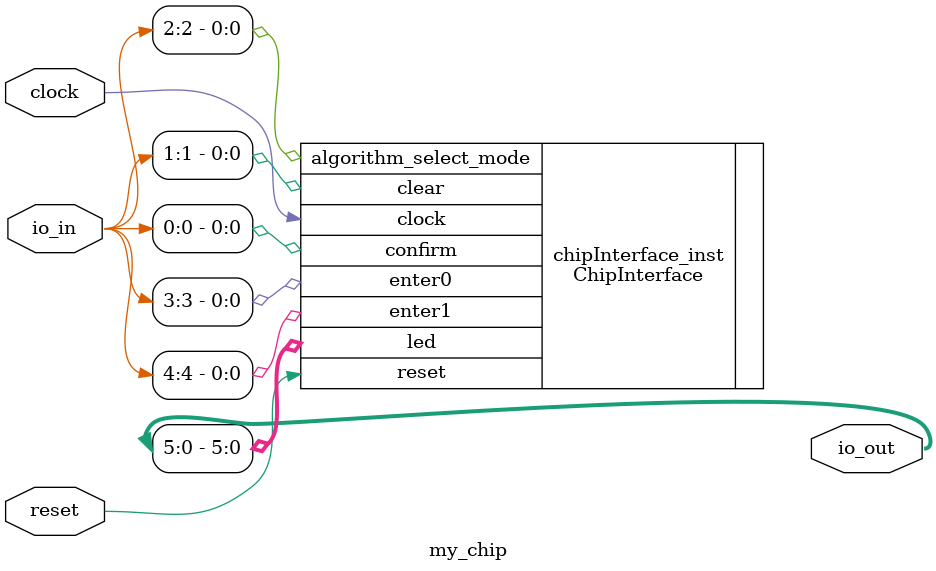
<source format=sv>
`default_nettype none

module my_chip (
    input logic [11:0] io_in, // Inputs to your chip
    output logic [11:0] io_out, // Outputs from your chip
    input logic clock,
    input logic reset // Important: Reset is ACTIVE-HIGH
);
    

    ChipInterface chipInterface_inst(
        .clock(clock),
        .confirm(io_in[0]),
        .clear(io_in[1]),
        .algorithm_select_mode(io_in[2]),
        .reset(reset),
        .enter0(io_in[3]), 
        .enter1(io_in[4]),
        .led(io_out[5:0])
    );

endmodule

</source>
